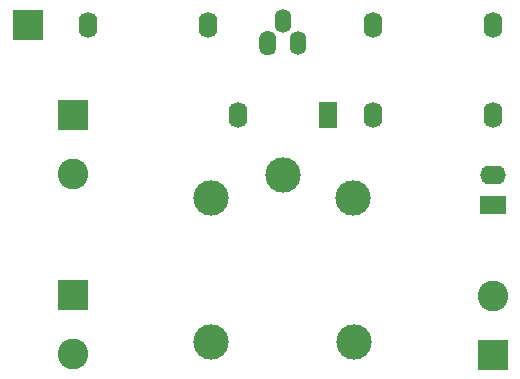
<source format=gbr>
%TF.GenerationSoftware,KiCad,Pcbnew,5.1.12-84ad8e8a86~92~ubuntu20.04.1*%
%TF.CreationDate,2022-02-09T15:54:31-03:00*%
%TF.ProjectId,DD_CMOS,44445f43-4d4f-4532-9e6b-696361645f70,01.0*%
%TF.SameCoordinates,Original*%
%TF.FileFunction,Soldermask,Bot*%
%TF.FilePolarity,Negative*%
%FSLAX46Y46*%
G04 Gerber Fmt 4.6, Leading zero omitted, Abs format (unit mm)*
G04 Created by KiCad (PCBNEW 5.1.12-84ad8e8a86~92~ubuntu20.04.1) date 2022-02-09 15:54:31*
%MOMM*%
%LPD*%
G01*
G04 APERTURE LIST*
%ADD10O,1.400000X2.000000*%
%ADD11O,1.600000X2.200000*%
%ADD12R,2.600000X2.600000*%
%ADD13C,3.000000*%
%ADD14C,2.600000*%
%ADD15O,2.200000X1.600000*%
%ADD16R,2.200000X1.600000*%
%ADD17R,1.600000X2.200000*%
G04 APERTURE END LIST*
%TO.C,Q1*%
G36*
G01*
X125030000Y-92240200D02*
X125030000Y-91239800D01*
G75*
G02*
X125529800Y-90740000I499800J0D01*
G01*
X125930200Y-90740000D01*
G75*
G02*
X126430000Y-91239800I0J-499800D01*
G01*
X126430000Y-92240200D01*
G75*
G02*
X125930200Y-92740000I-499800J0D01*
G01*
X125529800Y-92740000D01*
G75*
G02*
X125030000Y-92240200I0J499800D01*
G01*
G37*
D10*
X128270000Y-91740000D03*
X127000000Y-89870000D03*
%TD*%
D11*
%TO.C,R21*%
X134620000Y-90170000D03*
X144780000Y-90170000D03*
%TD*%
D12*
%TO.C,J4*%
X105410000Y-90170000D03*
%TD*%
D13*
%TO.C,RL1*%
X120950000Y-104820000D03*
X120950000Y-117020000D03*
X133000000Y-117070000D03*
X132950000Y-104820000D03*
X127000000Y-102870000D03*
%TD*%
D11*
%TO.C,R20*%
X144780000Y-97790000D03*
X134620000Y-97790000D03*
%TD*%
%TO.C,R5*%
X120650000Y-90170000D03*
X110490000Y-90170000D03*
%TD*%
D12*
%TO.C,J5*%
X144780000Y-118110000D03*
D14*
X144780000Y-113110000D03*
%TD*%
%TO.C,J2*%
X109220000Y-118030000D03*
D12*
X109220000Y-113030000D03*
%TD*%
D14*
%TO.C,J1*%
X109220000Y-102790000D03*
D12*
X109220000Y-97790000D03*
%TD*%
D15*
%TO.C,D2*%
X144780000Y-102870000D03*
D16*
X144780000Y-105410000D03*
%TD*%
D11*
%TO.C,D1*%
X123190000Y-97790000D03*
D17*
X130810000Y-97790000D03*
%TD*%
M02*

</source>
